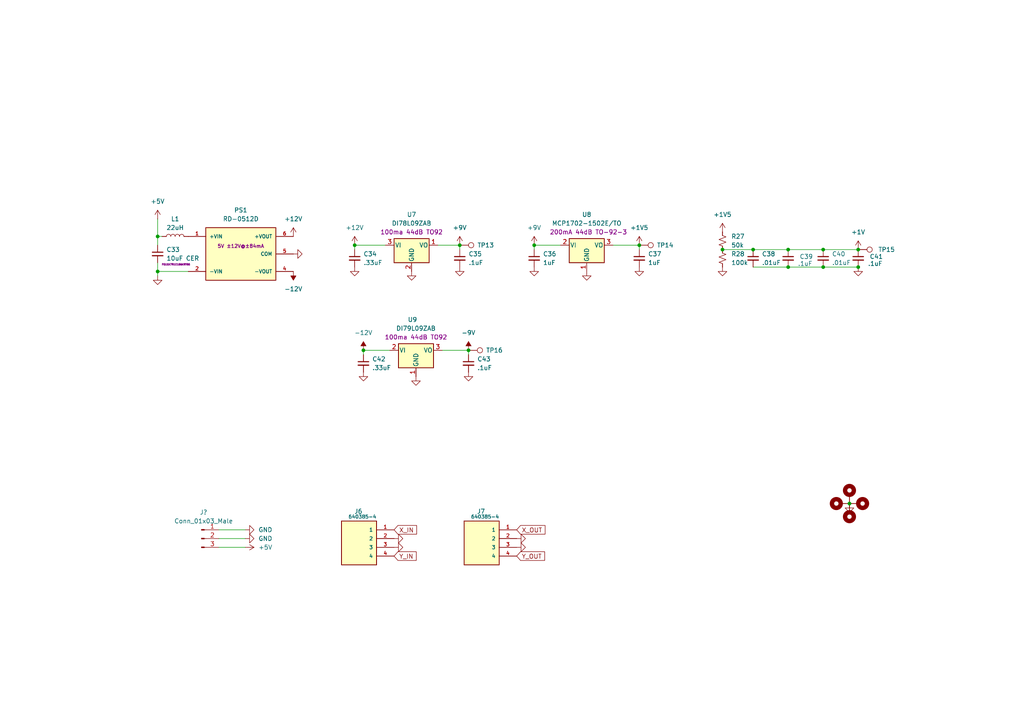
<source format=kicad_sch>
(kicad_sch (version 20231120) (generator "eeschema") (generator_version "8.0")
  (paper "A4")
  (lib_symbols
    (symbol "Connector:Conn_01x03_Male" (pin_names (offset 1.016) hide)
      (property "Reference" "J" (at 0 5.08 0))
      (property "Value" "Conn_01x03_Male" (at 0 -5.08 0))
      (symbol "Conn_01x03_Male_1_1"
        (polyline (pts (xy 1.27 -2.54) (xy 0.8636 -2.54)) (stroke (width 0.1524)))
        (polyline (pts (xy 1.27 0) (xy 0.8636 0)) (stroke (width 0.1524)))
        (polyline (pts (xy 1.27 2.54) (xy 0.8636 2.54)) (stroke (width 0.1524)))
        (rectangle (start 0.8636 -2.413) (end 0 -2.667) (stroke (width 0.1524)) (fill (type outline)))
        (rectangle (start 0.8636 0.127) (end 0 -0.127) (stroke (width 0.1524)) (fill (type outline)))
        (rectangle (start 0.8636 2.667) (end 0 2.413) (stroke (width 0.1524)) (fill (type outline)))
        (pin passive line (at 5.08 2.54 180) (length 3.81) (name "Pin_1") (number "1"))
        (pin passive line (at 5.08 0 180) (length 3.81) (name "Pin_2") (number "2"))
        (pin passive line (at 5.08 -2.54 180) (length 3.81) (name "Pin_3") (number "3"))
      )
    )
    (symbol "Connector:TestPoint" (pin_numbers hide) (pin_names (offset 0.762) hide)
      (property "Reference" "TP" (at 0 6.858 0))
      (property "Value" "TestPoint" (at 0 5.08 0))
      (symbol "TestPoint_0_1"
        (circle (center 0 3.302) (radius 0.762))
      )
      (symbol "TestPoint_1_1"
        (pin passive line (at 0 0 90) (length 2.54) (name "1") (number "1"))
      )
    )
    (symbol "Device:C_Small" (pin_numbers hide) (pin_names (offset 0.254) hide)
      (property "Reference" "C" (at 0.254 1.778 0))
      (property "Value" "C_Small" (at 0.254 -2.032 0))
      (symbol "C_Small_0_1"
        (polyline (pts (xy -1.524 -0.508) (xy 1.524 -0.508)) (stroke (width 0.3302)))
        (polyline (pts (xy -1.524 0.508) (xy 1.524 0.508)) (stroke (width 0.3048)))
      )
      (symbol "C_Small_1_1"
        (pin passive line (at 0 2.54 270) (length 2.032) (name "~") (number "1"))
        (pin passive line (at 0 -2.54 90) (length 2.032) (name "~") (number "2"))
      )
    )
    (symbol "Device:L" (pin_numbers hide) (pin_names (offset 1.016) hide)
      (property "Reference" "L" (at -1.27 0 90))
      (property "Value" "L" (at 1.905 0 90))
      (symbol "L_0_1"
        (arc (start 0 -2.54) (mid 0.6323 -1.905) (end 0 -1.27))
        (arc (start 0 -1.27) (mid 0.6323 -0.635) (end 0 0))
        (arc (start 0 0) (mid 0.6323 0.635) (end 0 1.27))
        (arc (start 0 1.27) (mid 0.6323 1.905) (end 0 2.54))
      )
      (symbol "L_1_1"
        (pin passive line (at 0 3.81 270) (length 1.27) (name "1") (number "1"))
        (pin passive line (at 0 -3.81 90) (length 1.27) (name "2") (number "2"))
      )
    )
    (symbol "Device:R_Small_US" (pin_numbers hide) (pin_names (offset 0.254) hide)
      (property "Reference" "R" (at 0.762 0.508 0))
      (property "Value" "R_Small_US" (at 0.762 -1.016 0))
      (symbol "R_Small_US_1_1"
        (polyline (pts (xy 0 0) (xy 1.016 -0.381) (xy 0 -0.762) (xy -1.016 -1.143) (xy 0 -1.524)))
        (polyline (pts (xy 0 1.524) (xy 1.016 1.143) (xy 0 0.762) (xy -1.016 0.381) (xy 0 0)))
        (pin passive line (at 0 2.54 270) (length 1.016) (name "~") (number "1"))
        (pin passive line (at 0 -2.54 90) (length 1.016) (name "~") (number "2"))
      )
    )
    (symbol "Mechanical:MountingHole_Pad" (pin_numbers hide) (pin_names (offset 1.016) hide) (exclude_from_sim yes) (in_bom no)
      (property "Reference" "H" (at 0 6.35 0))
      (property "Value" "MountingHole_Pad" (at 0 4.445 0))
      (symbol "MountingHole_Pad_0_1"
        (circle (center 0 1.27) (radius 1.27) (stroke (width 1.27)))
      )
      (symbol "MountingHole_Pad_1_1"
        (pin input line (at 0 -2.54 90) (length 2.54) (name "1") (number "1"))
      )
    )
    (symbol "Regulator_Linear:L78L09_TO92" (pin_names (offset 0.254))
      (property "Reference" "U" (at -3.81 3.175 0))
      (property "Value" "L78L09_TO92" (at 0 3.175 0))
      (symbol "L78L09_TO92_0_1"
        (rectangle (start -5.08 -5.08) (end 5.08 1.905) (stroke (width 0.254)) (fill (type background)))
      )
      (symbol "L78L09_TO92_1_1"
        (pin power_out line (at 7.62 0 180) (length 2.54) (name "VO") (number "1"))
        (pin power_in line (at 0 -7.62 90) (length 2.54) (name "GND") (number "2"))
        (pin power_in line (at -7.62 0 0) (length 2.54) (name "VI") (number "3"))
      )
    )
    (symbol "Regulator_Linear:L79L05_TO92" (pin_names (offset 0.254))
      (property "Reference" "U" (at -3.81 -3.175 0))
      (property "Value" "L79L05_TO92" (at 0 -3.175 0))
      (symbol "L79L05_TO92_0_1"
        (rectangle (start -5.08 5.08) (end 5.08 -1.905) (stroke (width 0.254)) (fill (type background)))
      )
      (symbol "L79L05_TO92_1_1"
        (pin power_in line (at 0 7.62 270) (length 2.54) (name "GND") (number "1"))
        (pin power_in line (at -7.62 0 0) (length 2.54) (name "VI") (number "2"))
        (pin power_out line (at 7.62 0 180) (length 2.54) (name "VO") (number "3"))
      )
    )
    (symbol "digikey-640385-4:640385-4" (pin_names (offset 1.016))
      (property "Reference" "J" (at -5.58 7.62 0))
      (property "Value" "640385-4" (at -5.08 -7.62 0))
      (symbol "640385-4_0_0"
        (rectangle (start -5.08 -5.08) (end 5.08 7.62) (stroke (width 0.254)) (fill (type background)))
        (pin passive line (at -10.16 5.08 0) (length 5.08) (name "1") (number "1"))
        (pin passive line (at -10.16 2.54 0) (length 5.08) (name "2") (number "2"))
        (pin passive line (at -10.16 0 0) (length 5.08) (name "3") (number "3"))
        (pin passive line (at -10.16 -2.54 0) (length 5.08) (name "4") (number "4"))
      )
    )
    (symbol "digikey-RD-0512D:RD-0512D" (pin_names (offset 1.016))
      (property "Reference" "PS" (at -10.1639 8.8979 0))
      (property "Value" "RD-0512D" (at -10.1614 -10.1627 0))
      (symbol "RD-0512D_0_0"
        (rectangle (start -10.16 -7.62) (end 10.16 7.62) (stroke (width 0.254)) (fill (type background)))
        (pin input line (at -15.24 5.08 0) (length 5.08) (name "+VIN") (number "1"))
        (pin input line (at -15.24 -5.08 0) (length 5.08) (name "-VIN") (number "2"))
        (pin output line (at 15.24 -5.08 180) (length 5.08) (name "-VOUT") (number "4"))
        (pin power_in line (at 15.24 0 180) (length 5.08) (name "COM") (number "5"))
        (pin output line (at 15.24 5.08 180) (length 5.08) (name "+VOUT") (number "6"))
      )
    )
    (symbol "power:+12V" (power) (pin_names (offset 0))
      (property "Value" "+12V" (at 0 3.556 0))
      (symbol "+12V_0_1"
        (polyline (pts (xy -0.762 1.27) (xy 0 2.54)))
        (polyline (pts (xy 0 0) (xy 0 2.54)))
        (polyline (pts (xy 0 2.54) (xy 0.762 1.27)))
      )
      (symbol "+12V_1_1"
        (pin power_in line (at 0 0 90) (length 0) hide (name "+12V") (number "1"))
      )
    )
    (symbol "power:+1V0" (power) (pin_numbers hide) (pin_names (offset 0) hide)
      (property "Value" "+1V0" (at 0 3.556 0))
      (symbol "+1V0_0_1"
        (polyline (pts (xy -0.762 1.27) (xy 0 2.54)))
        (polyline (pts (xy 0 0) (xy 0 2.54)))
        (polyline (pts (xy 0 2.54) (xy 0.762 1.27)))
      )
      (symbol "+1V0_1_1"
        (pin power_in line (at 0 0 90) (length 0) (name "~") (number "1"))
      )
    )
    (symbol "power:+1V5" (power) (pin_numbers hide) (pin_names (offset 0) hide)
      (property "Value" "+1V5" (at 0 3.556 0))
      (symbol "+1V5_0_1"
        (polyline (pts (xy -0.762 1.27) (xy 0 2.54)))
        (polyline (pts (xy 0 0) (xy 0 2.54)))
        (polyline (pts (xy 0 2.54) (xy 0.762 1.27)))
      )
      (symbol "+1V5_1_1"
        (pin power_in line (at 0 0 90) (length 0) (name "~") (number "1"))
      )
    )
    (symbol "power:+5V" (power) (pin_numbers hide) (pin_names (offset 0) hide)
      (property "Value" "+5V" (at 0 3.556 0))
      (symbol "+5V_0_1"
        (polyline (pts (xy -0.762 1.27) (xy 0 2.54)))
        (polyline (pts (xy 0 0) (xy 0 2.54)))
        (polyline (pts (xy 0 2.54) (xy 0.762 1.27)))
      )
      (symbol "+5V_1_1"
        (pin power_in line (at 0 0 90) (length 0) (name "~") (number "1"))
      )
    )
    (symbol "power:+9V" (power) (pin_numbers hide) (pin_names (offset 0) hide)
      (property "Value" "+9V" (at 0 3.556 0))
      (symbol "+9V_0_1"
        (polyline (pts (xy -0.762 1.27) (xy 0 2.54)))
        (polyline (pts (xy 0 0) (xy 0 2.54)))
        (polyline (pts (xy 0 2.54) (xy 0.762 1.27)))
      )
      (symbol "+9V_1_1"
        (pin power_in line (at 0 0 90) (length 0) (name "~") (number "1"))
      )
    )
    (symbol "power:-12V" (power) (pin_names (offset 0))
      (property "Value" "-12V" (at 0 3.81 0))
      (symbol "-12V_0_0"
        (pin power_in line (at 0 0 90) (length 0) hide (name "-12V") (number "1"))
      )
      (symbol "-12V_0_1"
        (polyline (pts (xy 0 0) (xy 0 1.27) (xy 0.762 1.27) (xy 0 2.54) (xy -0.762 1.27) (xy 0 1.27)) (fill (type outline)))
      )
    )
    (symbol "power:-9V" (power) (pin_numbers hide) (pin_names (offset 0) hide)
      (property "Value" "-9V" (at 0 3.556 0))
      (symbol "-9V_0_1"
        (polyline (pts (xy 0 0) (xy 0 2.54)))
        (polyline (pts (xy 0.762 1.27) (xy -0.762 1.27) (xy 0 2.54) (xy 0.762 1.27)) (fill (type outline)))
      )
      (symbol "-9V_1_1"
        (pin power_in line (at 0 0 90) (length 0) (name "~") (number "1"))
      )
    )
    (symbol "power:GND" (power) (pin_names (offset 0))
      (property "Value" "GND" (at 0 -3.81 0))
      (symbol "GND_0_1"
        (polyline (pts (xy 0 0) (xy 0 -1.27) (xy 1.27 -1.27) (xy 0 -2.54) (xy -1.27 -1.27) (xy 0 -1.27)))
      )
      (symbol "GND_1_1"
        (pin power_in line (at 0 0 270) (length 0) hide (name "GND") (number "1"))
      )
    )
  )
  (junction (at 133.35 71.12))
  (junction (at 45.72 68.58))
  (junction (at 238.76 72.39))
  (junction (at 218.44 72.39))
  (junction (at 45.72 78.74))
  (junction (at 238.76 77.47))
  (junction (at 246.38 146.05))
  (junction (at 228.6 77.47))
  (junction (at 154.94 71.12))
  (junction (at 248.92 72.39))
  (junction (at 185.42 71.12))
  (junction (at 248.92 77.47))
  (junction (at 228.6 72.39))
  (junction (at 105.41 101.6))
  (junction (at 135.89 101.6))
  (junction (at 102.87 71.12))
  (junction (at 209.55 72.39))
  (wire (pts (xy 45.72 80.01) (xy 45.72 78.74)))
  (wire (pts (xy 45.72 63.5) (xy 45.72 68.58)))
  (wire (pts (xy 238.76 77.47) (xy 228.6 77.47)))
  (wire (pts (xy 105.41 101.6) (xy 113.03 101.6)))
  (wire (pts (xy 128.27 101.6) (xy 135.89 101.6)))
  (wire (pts (xy 177.8 71.12) (xy 185.42 71.12)))
  (wire (pts (xy 45.72 68.58) (xy 46.99 68.58)))
  (wire (pts (xy 154.94 71.12) (xy 154.94 72.39)))
  (wire (pts (xy 248.92 77.47) (xy 238.76 77.47)))
  (wire (pts (xy 135.89 101.6) (xy 135.89 102.87)))
  (wire (pts (xy 209.55 72.39) (xy 218.44 72.39)))
  (wire (pts (xy 218.44 72.39) (xy 228.6 72.39)))
  (wire (pts (xy 63.5 156.21) (xy 71.12 156.21)))
  (wire (pts (xy 105.41 101.6) (xy 105.41 102.87)))
  (wire (pts (xy 63.5 153.67) (xy 71.12 153.67)))
  (wire (pts (xy 185.42 71.12) (xy 185.42 72.39)))
  (wire (pts (xy 63.5 158.75) (xy 71.12 158.75)))
  (wire (pts (xy 45.72 76.2) (xy 45.72 78.74)))
  (wire (pts (xy 218.44 77.47) (xy 228.6 77.47)))
  (wire (pts (xy 238.76 72.39) (xy 228.6 72.39)))
  (wire (pts (xy 45.72 78.74) (xy 54.61 78.74)))
  (wire (pts (xy 102.87 71.12) (xy 102.87 72.39)))
  (wire (pts (xy 154.94 71.12) (xy 162.56 71.12)))
  (wire (pts (xy 248.92 72.39) (xy 238.76 72.39)))
  (wire (pts (xy 111.76 71.12) (xy 102.87 71.12)))
  (wire (pts (xy 127 71.12) (xy 133.35 71.12)))
  (wire (pts (xy 133.35 71.12) (xy 133.35 72.39)))
  (wire (pts (xy 45.72 68.58) (xy 45.72 71.12)))
  (global_label "Y_OUT" (shape input) (at 149.86 161.29 0) (property "Intersheetrefs" "${INTERSHEET_REFS}" (effects (hide yes))))
  (global_label "X_IN" (shape input) (at 114.3 153.67 0) (property "Intersheetrefs" "${INTERSHEET_REFS}" (effects (hide yes))))
  (global_label "Y_IN" (shape input) (at 114.3 161.29 0) (property "Intersheetrefs" "${INTERSHEET_REFS}" (effects (hide yes))))
  (global_label "X_OUT" (shape input) (at 149.86 153.67 0) (property "Intersheetrefs" "${INTERSHEET_REFS}" (effects (hide yes))))
  (symbol (lib_id "Device:C_Small") (at 185.42 74.93 0) (unit 1) (exclude_from_sim yes)
    (property "Reference" "C37" (at 187.96 73.6662 0) (effects (justify left)))
    (property "Value" "1uF" (at 187.96 76.2062 0) (effects (justify left)))
    (property "Footprint" "Capacitor_THT:C_Rect_L4.6mm_W2.0mm_P2.50mm_MKS02_FKP02" (effects (hide yes)))
  )
  (symbol (lib_id "power:GND") (at 105.41 107.95 0) (unit 1) (exclude_from_sim yes)
    (property "Reference" "#PWR064" (effects (hide yes)))
    (property "Value" "GND" (effects (hide yes)))
  )
  (symbol (lib_id "power:GND") (at 71.12 156.21 90) (unit 1) (exclude_from_sim yes)
    (property "Reference" "#PWR?" (effects (hide yes)))
    (property "Value" "GND" (at 74.93 156.2099 90) (effects (justify right)))
  )
  (symbol (lib_id "Device:L") (at 50.8 68.58 90) (unit 1) (exclude_from_sim yes)
    (property "Reference" "L1" (at 50.8 63.5 90))
    (property "Value" "22uH" (at 50.8 66.04 90))
    (property "Footprint" "digikey-11R223C:1100R_MUR" (effects (hide yes)))
    (property "Description" "11R223C" (effects (hide yes)))
  )
  (symbol (lib_id "digikey-640385-4:640385-4") (at 104.14 158.75 0) (mirror y) (unit 1) (exclude_from_sim yes)
    (property "Reference" "J6" (at 105.156 148.336 0) (effects (justify left)))
    (property "Value" "640385-4" (at 109.22 149.86 0) (effects (font (size 1.016 1.016)) (justify left)))
    (property "Footprint" "digikey-640385-4:TE_640385-4" (effects (hide yes)))
    (property "PARTREV" "R" (effects (hide yes)))
    (property "STANDARD" "Manufacturer Recommendations" (effects (hide yes)))
    (property "MANUFACTURER" "TE" (effects (hide yes)))
  )
  (symbol (lib_id "power:GND") (at 149.86 158.75 90) (unit 1) (exclude_from_sim yes)
    (property "Reference" "#PWR074" (effects (hide yes)))
    (property "Value" "GND" (effects (hide yes)))
  )
  (symbol (lib_id "power:GND") (at 154.94 77.47 0) (unit 1) (exclude_from_sim yes)
    (property "Reference" "#PWR054" (effects (hide yes)))
    (property "Value" "GND" (effects (hide yes)))
  )
  (symbol (lib_id "power:-12V") (at 105.41 101.6 0) (unit 1) (exclude_from_sim yes)
    (property "Reference" "#PWR062" (effects (hide yes)))
    (property "Value" "-12V" (at 105.41 96.52 0))
  )
  (symbol (lib_id "power:GND") (at 133.35 77.47 0) (unit 1) (exclude_from_sim yes)
    (property "Reference" "#PWR053" (effects (hide yes)))
    (property "Value" "GND" (effects (hide yes)))
  )
  (symbol (lib_id "Device:C_Small") (at 248.92 74.93 0) (unit 1) (exclude_from_sim yes)
    (property "Reference" "C41" (at 252.222 74.422 0) (effects (justify left)))
    (property "Value" ".1uF" (at 251.714 76.454 0) (effects (justify left)))
    (property "Footprint" "Capacitor_THT:C_Rect_L4.6mm_W2.0mm_P2.50mm_MKS02_FKP02" (effects (hide yes)))
  )
  (symbol (lib_id "Device:R_Small_US") (at 209.55 74.93 180) (unit 1) (exclude_from_sim yes)
    (property "Reference" "R28" (at 212.09 73.6599 0) (effects (justify right)))
    (property "Value" "100k" (at 212.09 76.1999 0) (effects (justify right)))
    (property "Footprint" "Resistor_THT:R_Axial_DIN0207_L6.3mm_D2.5mm_P10.16mm_Horizontal" (effects (hide yes)))
  )
  (symbol (lib_id "power:+1V5") (at 185.42 71.12 0) (unit 1) (exclude_from_sim yes)
    (property "Reference" "#PWR049" (effects (hide yes)))
    (property "Value" "+1V5" (at 185.42 66.04 0))
    (property "Description" "Power symbol creates a global label with name \"+1V5\"" (effects (hide yes)))
  )
  (symbol (lib_id "power:GND") (at 135.89 107.95 0) (unit 1) (exclude_from_sim yes)
    (property "Reference" "#PWR065" (effects (hide yes)))
    (property "Value" "GND" (effects (hide yes)))
  )
  (symbol (lib_id "power:GND") (at 170.18 78.74 0) (unit 1) (exclude_from_sim yes)
    (property "Reference" "#PWR060" (effects (hide yes)))
    (property "Value" "GND" (effects (hide yes)))
  )
  (symbol (lib_id "Connector:TestPoint") (at 133.35 71.12 270) (unit 1) (exclude_from_sim yes)
    (property "Reference" "TP13" (at 138.43 71.1199 90) (effects (justify left)))
    (property "Value" "TestPoint" (effects (hide yes)))
    (property "Footprint" "TestPoint:TestPoint_THTPad_1.0x1.0mm_Drill0.5mm" (effects (hide yes)))
    (property "Description" "test point" (effects (hide yes)))
  )
  (symbol (lib_id "power:-9V") (at 135.89 101.6 0) (unit 1) (exclude_from_sim yes)
    (property "Reference" "#PWR063" (effects (hide yes)))
    (property "Value" "-9V" (at 135.89 96.52 0))
    (property "Description" "Power symbol creates a global label with name \"-9V\"" (effects (hide yes)))
  )
  (symbol (lib_id "power:+12V") (at 102.87 71.12 0) (unit 1) (exclude_from_sim yes)
    (property "Reference" "#PWR046" (effects (hide yes)))
    (property "Value" "+12V" (at 102.87 66.04 0))
  )
  (symbol (lib_id "Device:C_Small") (at 45.72 73.66 0) (unit 1) (exclude_from_sim yes)
    (property "Reference" "C33" (at 48.26 72.3962 0) (effects (justify left)))
    (property "Value" "10uF CER" (at 48.26 74.9362 0) (effects (justify left)))
    (property "Footprint" "Capacitor_THT:C_Disc_D5.0mm_W2.5mm_P2.50mm" (effects (hide yes)))
    (property "Description" "FG16X7R1E106KRT06" (at 51.054 76.708 0) (effects (font (size 0.508 0.508))))
  )
  (symbol (lib_id "Connector:TestPoint") (at 135.89 101.6 270) (unit 1) (exclude_from_sim yes)
    (property "Reference" "TP16" (at 140.97 101.5999 90) (effects (justify left)))
    (property "Value" "TestPoint" (effects (hide yes)))
    (property "Footprint" "TestPoint:TestPoint_THTPad_1.0x1.0mm_Drill0.5mm" (effects (hide yes)))
    (property "Description" "test point" (effects (hide yes)))
  )
  (symbol (lib_id "power:+1V0") (at 248.92 72.39 0) (unit 1) (exclude_from_sim yes)
    (property "Reference" "#PWR050" (effects (hide yes)))
    (property "Value" "+1V" (at 248.92 67.31 0))
    (property "Description" "Power symbol creates a global label with name \"+1V0\"" (effects (hide yes)))
  )
  (symbol (lib_id "Mechanical:MountingHole_Pad") (at 246.38 148.59 180) (unit 1) (exclude_from_sim yes) (in_bom no)
    (property "Reference" "H4" (effects (hide yes)))
    (property "Value" "MountingHole_Pad" (effects (hide yes)))
    (property "Footprint" "MountingHole:MountingHole_3.7mm_Pad_Via" (effects (hide yes)))
    (property "Description" "Mounting Hole with connection" (effects (hide yes)))
  )
  (symbol (lib_id "digikey-RD-0512D:RD-0512D") (at 69.85 73.66 0) (unit 1) (exclude_from_sim yes)
    (property "Reference" "PS1" (at 69.85 60.96 0))
    (property "Value" "RD-0512D" (at 69.85 63.5 0))
    (property "Footprint" "digikey-RD-0512D:CONV_RD-0512D" (effects (hide yes)))
    (property "Description" "5V ±12V@±84mA" (at 69.85 71.374 0) (effects (font (size 1.016 1.016))))
    (property "PARTREV" "1" (effects (hide yes)))
    (property "STANDARD" "Manufacturer Recommendations" (effects (hide yes)))
    (property "MAXIMUM_PACKAGE_HEIGHT" "10.2mm" (effects (hide yes)))
    (property "MANUFACTURER" "Recom" (effects (hide yes)))
  )
  (symbol (lib_id "digikey-640385-4:640385-4") (at 139.7 158.75 0) (mirror y) (unit 1) (exclude_from_sim yes)
    (property "Reference" "J7" (at 140.716 148.336 0) (effects (justify left)))
    (property "Value" "640385-4" (at 144.78 149.86 0) (effects (font (size 1.016 1.016)) (justify left)))
    (property "Footprint" "digikey-640385-4:TE_640385-4" (effects (hide yes)))
    (property "PARTREV" "R" (effects (hide yes)))
    (property "STANDARD" "Manufacturer Recommendations" (effects (hide yes)))
    (property "MANUFACTURER" "TE" (effects (hide yes)))
  )
  (symbol (lib_id "power:GND") (at 114.3 156.21 90) (unit 1) (exclude_from_sim yes)
    (property "Reference" "#PWR070" (effects (hide yes)))
    (property "Value" "GND" (effects (hide yes)))
  )
  (symbol (lib_id "Connector:TestPoint") (at 185.42 71.12 270) (unit 1) (exclude_from_sim yes)
    (property "Reference" "TP14" (at 190.5 71.1199 90) (effects (justify left)))
    (property "Value" "TestPoint" (effects (hide yes)))
    (property "Footprint" "TestPoint:TestPoint_THTPad_1.0x1.0mm_Drill0.5mm" (effects (hide yes)))
    (property "Description" "test point" (effects (hide yes)))
  )
  (symbol (lib_id "Mechanical:MountingHole_Pad") (at 248.92 146.05 270) (unit 1) (exclude_from_sim yes) (in_bom no)
    (property "Reference" "H3" (effects (hide yes)))
    (property "Value" "MountingHole_Pad" (effects (hide yes)))
    (property "Footprint" "MountingHole:MountingHole_3.7mm_Pad_Via" (effects (hide yes)))
    (property "Description" "Mounting Hole with connection" (effects (hide yes)))
  )
  (symbol (lib_id "power:GND") (at 85.09 73.66 90) (unit 1) (exclude_from_sim yes)
    (property "Reference" "#PWR051" (effects (hide yes)))
    (property "Value" "GND" (effects (hide yes)))
  )
  (symbol (lib_id "Regulator_Linear:L79L05_TO92") (at 120.65 101.6 0) (mirror x) (unit 1) (exclude_from_sim yes)
    (property "Reference" "U9" (at 119.634 92.71 0))
    (property "Value" "DI79L09ZAB" (at 120.65 95.25 0))
    (property "Footprint" "Package_TO_SOT_THT:TO-92_Inline" (effects (hide yes)))
    (property "Datasheet" "http://www.farnell.com/datasheets/1827870.pdf" (effects (hide yes)))
    (property "Description" "100ma 44dB TO92" (at 120.65 97.79 0))
  )
  (symbol (lib_id "Regulator_Linear:L79L05_TO92") (at 170.18 71.12 0) (mirror x) (unit 1) (exclude_from_sim yes)
    (property "Reference" "U8" (at 170.18 62.23 0))
    (property "Value" "MCP1702-1502E/TO" (at 170.18 64.77 0))
    (property "Footprint" "Package_TO_SOT_THT:TO-92_Inline" (effects (hide yes)))
    (property "Datasheet" "http://www.farnell.com/datasheets/1827870.pdf" (effects (hide yes)))
    (property "Description" " 200mA 44dB TO-92-3" (at 170.18 67.31 0))
  )
  (symbol (lib_id "power:+12V") (at 85.09 68.58 0) (unit 1) (exclude_from_sim yes)
    (property "Reference" "#PWR045" (effects (hide yes)))
    (property "Value" "+12V" (at 85.09 63.5 0))
  )
  (symbol (lib_id "power:+9V") (at 154.94 71.12 0) (unit 1) (exclude_from_sim yes)
    (property "Reference" "#PWR048" (effects (hide yes)))
    (property "Value" "+9V" (at 154.94 66.04 0))
    (property "Description" "Power symbol creates a global label with name \"+9V\"" (effects (hide yes)))
  )
  (symbol (lib_id "Device:C_Small") (at 102.87 74.93 0) (unit 1) (exclude_from_sim yes)
    (property "Reference" "C34" (at 105.41 73.6662 0) (effects (justify left)))
    (property "Value" ".33uF" (at 105.41 76.2062 0) (effects (justify left)))
    (property "Footprint" "Capacitor_THT:C_Rect_L4.6mm_W2.0mm_P2.50mm_MKS02_FKP02" (effects (hide yes)))
  )
  (symbol (lib_id "Mechanical:MountingHole_Pad") (at 246.38 143.51 0) (unit 1) (exclude_from_sim yes) (in_bom no)
    (property "Reference" "H1" (effects (hide yes)))
    (property "Value" "MountingHole_Pad" (effects (hide yes)))
    (property "Footprint" "MountingHole:MountingHole_3.7mm_Pad_Via" (effects (hide yes)))
    (property "Description" "Mounting Hole with connection" (effects (hide yes)))
  )
  (symbol (lib_id "power:GND") (at 149.86 156.21 90) (unit 1) (exclude_from_sim yes)
    (property "Reference" "#PWR071" (effects (hide yes)))
    (property "Value" "GND" (effects (hide yes)))
  )
  (symbol (lib_id "power:GND") (at 45.72 80.01 0) (unit 1) (exclude_from_sim yes)
    (property "Reference" "#PWR061" (effects (hide yes)))
    (property "Value" "GND" (effects (hide yes)))
  )
  (symbol (lib_id "Device:C_Small") (at 218.44 74.93 0) (unit 1) (exclude_from_sim yes)
    (property "Reference" "C38" (at 220.98 73.6662 0) (effects (justify left)))
    (property "Value" ".01uF" (at 220.98 76.2062 0) (effects (justify left)))
    (property "Footprint" "Capacitor_THT:C_Rect_L4.6mm_W2.0mm_P2.50mm_MKS02_FKP02" (effects (hide yes)))
  )
  (symbol (lib_id "Device:C_Small") (at 228.6 74.93 0) (unit 1) (exclude_from_sim yes)
    (property "Reference" "C39" (at 231.902 74.422 0) (effects (justify left)))
    (property "Value" ".1uF" (at 231.394 76.454 0) (effects (justify left)))
    (property "Footprint" "Capacitor_THT:C_Rect_L4.6mm_W2.0mm_P2.50mm_MKS02_FKP02" (effects (hide yes)))
  )
  (symbol (lib_id "power:GND") (at 102.87 77.47 0) (unit 1) (exclude_from_sim yes)
    (property "Reference" "#PWR052" (effects (hide yes)))
    (property "Value" "GND" (effects (hide yes)))
  )
  (symbol (lib_id "power:GND") (at 119.38 78.74 0) (unit 1) (exclude_from_sim yes)
    (property "Reference" "#PWR059" (effects (hide yes)))
    (property "Value" "GND" (effects (hide yes)))
  )
  (symbol (lib_id "Device:R_Small_US") (at 209.55 69.85 180) (unit 1) (exclude_from_sim yes)
    (property "Reference" "R27" (at 212.09 68.5799 0) (effects (justify right)))
    (property "Value" "50k" (at 212.09 71.1199 0) (effects (justify right)))
    (property "Footprint" "Resistor_THT:R_Axial_DIN0207_L6.3mm_D2.5mm_P10.16mm_Horizontal" (effects (hide yes)))
  )
  (symbol (lib_id "power:-12V") (at 85.09 78.74 180) (unit 1) (exclude_from_sim yes)
    (property "Reference" "#PWR058" (effects (hide yes)))
    (property "Value" "-12V" (at 85.09 83.82 0))
  )
  (symbol (lib_id "Device:C_Small") (at 154.94 74.93 0) (unit 1) (exclude_from_sim yes)
    (property "Reference" "C36" (at 157.48 73.6662 0) (effects (justify left)))
    (property "Value" "1uF" (at 157.48 76.2062 0) (effects (justify left)))
    (property "Footprint" "Capacitor_THT:C_Rect_L4.6mm_W2.0mm_P2.50mm_MKS02_FKP02" (effects (hide yes)))
  )
  (symbol (lib_id "power:GND") (at 246.38 146.05 0) (unit 1) (exclude_from_sim yes)
    (property "Reference" "#PWR067" (effects (hide yes)))
    (property "Value" "GND" (effects (hide yes)))
  )
  (symbol (lib_id "Connector:TestPoint") (at 248.92 72.39 270) (unit 1) (exclude_from_sim yes)
    (property "Reference" "TP15" (at 254.7106 72.3899 90) (effects (justify left)))
    (property "Value" "TestPoint" (effects (hide yes)))
    (property "Footprint" "TestPoint:TestPoint_THTPad_1.0x1.0mm_Drill0.5mm" (effects (hide yes)))
    (property "Description" "test point" (effects (hide yes)))
  )
  (symbol (lib_id "power:+9V") (at 133.35 71.12 0) (unit 1) (exclude_from_sim yes)
    (property "Reference" "#PWR047" (effects (hide yes)))
    (property "Value" "+9V" (at 133.35 66.04 0))
    (property "Description" "Power symbol creates a global label with name \"+9V\"" (effects (hide yes)))
  )
  (symbol (lib_id "Device:C_Small") (at 133.35 74.93 0) (unit 1) (exclude_from_sim yes)
    (property "Reference" "C35" (at 135.89 73.6662 0) (effects (justify left)))
    (property "Value" ".1uF" (at 135.89 76.2062 0) (effects (justify left)))
    (property "Footprint" "Capacitor_THT:C_Rect_L4.6mm_W2.0mm_P2.50mm_MKS02_FKP02" (effects (hide yes)))
  )
  (symbol (lib_id "power:+5V") (at 45.72 63.5 0) (unit 1) (exclude_from_sim yes)
    (property "Reference" "#PWR043" (effects (hide yes)))
    (property "Value" "+5V" (at 45.72 58.42 0))
    (property "Description" "Power symbol creates a global label with name \"+5V\"" (effects (hide yes)))
  )
  (symbol (lib_id "Mechanical:MountingHole_Pad") (at 243.84 146.05 90) (unit 1) (exclude_from_sim yes) (in_bom no)
    (property "Reference" "H2" (effects (hide yes)))
    (property "Value" "MountingHole_Pad" (effects (hide yes)))
    (property "Footprint" "MountingHole:MountingHole_3.7mm_Pad_Via" (effects (hide yes)))
    (property "Description" "Mounting Hole with connection" (effects (hide yes)))
  )
  (symbol (lib_id "power:GND") (at 248.92 77.47 0) (unit 1) (exclude_from_sim yes)
    (property "Reference" "#PWR057" (effects (hide yes)))
    (property "Value" "GND" (effects (hide yes)))
    (property "Description" "Power symbol creates a global label with name \"GND\" , ground" (effects (hide yes)))
  )
  (symbol (lib_id "Device:C_Small") (at 135.89 105.41 0) (unit 1) (exclude_from_sim yes)
    (property "Reference" "C43" (at 138.43 104.1462 0) (effects (justify left)))
    (property "Value" ".1uF" (at 138.43 106.6862 0) (effects (justify left)))
    (property "Footprint" "Capacitor_THT:C_Rect_L4.6mm_W2.0mm_P2.50mm_MKS02_FKP02" (effects (hide yes)))
  )
  (symbol (lib_id "power:+1V5") (at 209.55 67.31 0) (unit 1) (exclude_from_sim yes)
    (property "Reference" "#PWR044" (effects (hide yes)))
    (property "Value" "+1V5" (at 209.55 62.23 0))
    (property "Description" "Power symbol creates a global label with name \"+1V5\"" (effects (hide yes)))
  )
  (symbol (lib_id "power:+5V") (at 71.12 158.75 270) (unit 1) (exclude_from_sim yes)
    (property "Reference" "#PWR072" (effects (hide yes)))
    (property "Value" "+5V" (at 74.93 158.7499 90) (effects (justify left)))
    (property "Description" "Power symbol creates a global label with name \"+5V\"" (effects (hide yes)))
  )
  (symbol (lib_id "Connector:Conn_01x03_Male") (at 58.42 156.21 0) (unit 1) (exclude_from_sim yes)
    (property "Reference" "J?" (at 59.055 148.59 0))
    (property "Value" "Conn_01x03_Male" (at 59.055 151.13 0))
    (property "Footprint" "Connector_PinHeader_2.54mm:PinHeader_1x03_P2.54mm_Vertical" (effects (hide yes)))
  )
  (symbol (lib_id "power:GND") (at 114.3 158.75 90) (unit 1) (exclude_from_sim yes)
    (property "Reference" "#PWR073" (effects (hide yes)))
    (property "Value" "GND" (effects (hide yes)))
  )
  (symbol (lib_id "Device:C_Small") (at 105.41 105.41 0) (unit 1) (exclude_from_sim yes)
    (property "Reference" "C42" (at 107.95 104.1462 0) (effects (justify left)))
    (property "Value" ".33uF" (at 107.95 106.6862 0) (effects (justify left)))
    (property "Footprint" "Capacitor_THT:C_Rect_L4.6mm_W2.0mm_P2.50mm_MKS02_FKP02" (effects (hide yes)))
  )
  (symbol (lib_id "power:GND") (at 209.55 77.47 0) (unit 1) (exclude_from_sim yes)
    (property "Reference" "#PWR056" (effects (hide yes)))
    (property "Value" "GND" (effects (hide yes)))
    (property "Description" "Power symbol creates a global label with name \"GND\" , ground" (effects (hide yes)))
  )
  (symbol (lib_id "power:GND") (at 120.65 109.22 0) (unit 1) (exclude_from_sim yes)
    (property "Reference" "#PWR066" (effects (hide yes)))
    (property "Value" "GND" (effects (hide yes)))
  )
  (symbol (lib_id "Regulator_Linear:L78L09_TO92") (at 119.38 71.12 0) (unit 1) (exclude_from_sim yes)
    (property "Reference" "U7" (at 119.38 62.23 0))
    (property "Value" "DI78L09ZAB" (at 119.38 64.77 0))
    (property "Footprint" "Package_TO_SOT_THT:TO-92_Inline" (effects (hide yes)))
    (property "Datasheet" "http://www.st.com/content/ccc/resource/technical/document/datasheet/15/55/e5/aa/23/5b/43/fd/CD00000446.pdf/files/CD00000446.pdf/jcr:content/translations/en.CD00000446.pdf" (effects (hide yes)))
    (property "Description" "100ma 44dB TO92" (at 119.38 67.31 0))
  )
  (symbol (lib_id "power:GND") (at 185.42 77.47 0) (unit 1) (exclude_from_sim yes)
    (property "Reference" "#PWR055" (effects (hide yes)))
    (property "Value" "GND" (effects (hide yes)))
  )
  (symbol (lib_id "power:GND") (at 71.12 153.67 90) (unit 1) (exclude_from_sim yes)
    (property "Reference" "#PWR068" (effects (hide yes)))
    (property "Value" "GND" (at 74.93 153.6699 90) (effects (justify right)))
  )
  (symbol (lib_id "Device:C_Small") (at 238.76 74.93 0) (unit 1) (exclude_from_sim yes)
    (property "Reference" "C40" (at 241.3 73.6662 0) (effects (justify left)))
    (property "Value" ".01uF" (at 241.3 76.2062 0) (effects (justify left)))
    (property "Footprint" "Capacitor_THT:C_Rect_L4.6mm_W2.0mm_P2.50mm_MKS02_FKP02" (effects (hide yes)))
  )
)
</source>
